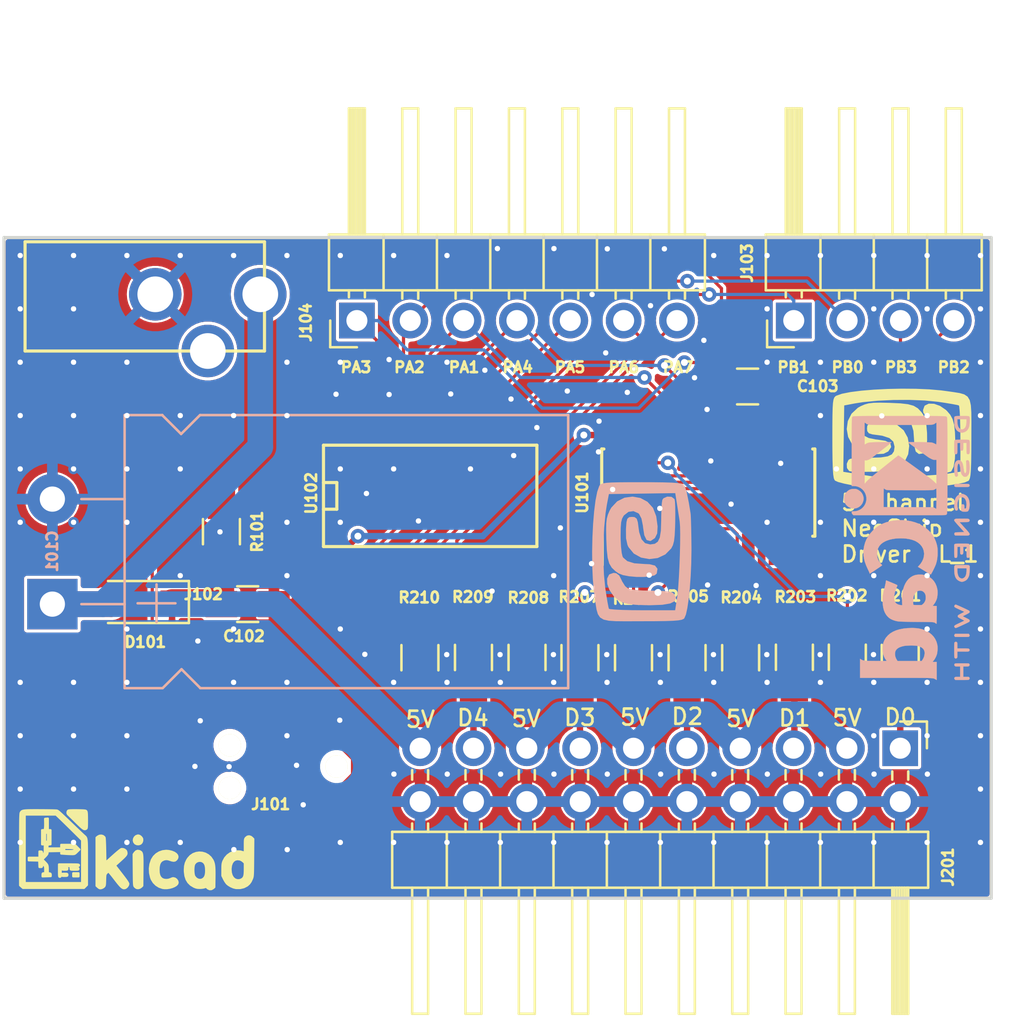
<source format=kicad_pcb>
(kicad_pcb (version 20240108) (generator "pcbnew") (generator_version "8.0")
  (layers (0 "F.Cu" signal) (31 "B.Cu" signal) (34 "B.Paste" user) (35 "F.Paste" user) (36 "B.SilkS" user "B.Silkscreen") (37 "F.SilkS" user "F.Silkscreen") (38 "B.Mask" user) (39 "F.Mask" user) (44 "Edge.Cuts" user))
  (net 0 "")
  (net 1 "/5V")
  (net 2 "GND")
  (net 3 "/VDD")
  (net 4 "/LATCH_PIN")
  (net 5 "/PDI_DATA")
  (net 6 "/PB0")
  (net 7 "/PB1")
  (net 8 "/PB2")
  (net 9 "/PB3")
  (net 10 "/DATA_PIN")
  (net 11 "/CLK_PIN")
  (net 12 "/~{ENABLE}")
  (net 13 "/PA5")
  (net 14 "/PA6")
  (net 15 "/PA7")
  (net 16 "/Channels/NP_DATA_0")
  (net 17 "/Channels/NP_DATA_1")
  (net 18 "/Channels/NP_DATA_2")
  (net 19 "/Channels/NP_DATA_3")
  (net 20 "/Channels/NP_DATA_4")
  (net 21 "/CHANNEL_0")
  (net 22 "/CHANNEL_1")
  (net 23 "/CHANNEL_2")
  (net 24 "/CHANNEL_3")
  (net 25 "/CHANNEL_4")
  (footprint "Capacitors_SMD:C_0805_HandSoldering" (layer "F.Cu") (at 138.25 66.85)
    (property "Reference" "C102")
    (property "Value" "1μF 16V")
  )
  (footprint "Capacitors_SMD:C_0805_HandSoldering" (layer "F.Cu") (at 162.052 56.4896)
    (property "Reference" "C103")
    (property "Value" "0.1μF 16V")
  )
  (footprint "Diodes_SMD:D_SOD-123F" (layer "F.Cu") (at 133.25 66.75 180)
    (property "Reference" "D101")
    (property "Value" "1N4148WSTR")
  )
  (footprint "advent_sternla:PRG_TC2030-IDC-NL" (layer "F.Cu") (at 141.21 73.949 180)
    (property "Reference" "J101")
    (property "Value" "UPDI")
  )
  (footprint "advent_sternla:CONN_PWR_JACK_1_3X3_5MM_SOLDER" (layer "F.Cu") (at 136.35 52.1)
    (property "Reference" "J102")
    (property "Value" "5V In")
  )
  (footprint "Pin_Headers:Pin_Header_Angled_1x04_Pitch2.54mm" (layer "F.Cu") (at 164.25 53.35 90)
    (property "Reference" "J103")
    (property "Value" "Conn_01x04_Male")
  )
  (footprint "Pin_Headers:Pin_Header_Angled_1x07_Pitch2.54mm" (layer "F.Cu") (at 143.45 53.35 90)
    (property "Reference" "J104")
    (property "Value" "Conn_01x07_Male")
  )
  (footprint "Pin_Headers:Pin_Header_Angled_2x10_Pitch2.54mm" (layer "F.Cu") (at 169.32 73.71 -90)
    (property "Reference" "J201")
    (property "Value" "Conn_01x20_Male")
  )
  (footprint "Resistors_SMD:R_0805_HandSoldering" (layer "F.Cu") (at 137 63.4 -90)
    (property "Reference" "R101")
    (property "Value" "47kΩ")
  )
  (footprint "Resistors_SMD:R_0805_HandSoldering" (layer "F.Cu") (at 169.32 69.39 -90)
    (property "Reference" "R201")
    (property "Value" "470Ω")
  )
  (footprint "Resistors_SMD:R_0805_HandSoldering" (layer "F.Cu") (at 166.8 69.38 -90)
    (property "Reference" "R202")
    (property "Value" "10kΩ")
  )
  (footprint "Resistors_SMD:R_0805_HandSoldering" (layer "F.Cu") (at 164.28 69.38 -90)
    (property "Reference" "R203")
    (property "Value" "470Ω")
  )
  (footprint "Resistors_SMD:R_0805_HandSoldering" (layer "F.Cu") (at 161.72 69.4 -90)
    (property "Reference" "R204")
    (property "Value" "10kΩ")
  )
  (footprint "Resistors_SMD:R_0805_HandSoldering" (layer "F.Cu") (at 159.17 69.4 -90)
    (property "Reference" "R205")
    (property "Value" "470Ω")
  )
  (footprint "Resistors_SMD:R_0805_HandSoldering" (layer "F.Cu") (at 156.62 69.4 -90)
    (property "Reference" "R206")
    (property "Value" "10kΩ")
  )
  (footprint "Resistors_SMD:R_0805_HandSoldering" (layer "F.Cu") (at 154.07 69.4 -90)
    (property "Reference" "R207")
    (property "Value" "470Ω")
  )
  (footprint "Resistors_SMD:R_0805_HandSoldering" (layer "F.Cu") (at 151.55 69.39 -90)
    (property "Reference" "R208")
    (property "Value" "10kΩ")
  )
  (footprint "Resistors_SMD:R_0805_HandSoldering" (layer "F.Cu") (at 149 69.39 -90)
    (property "Reference" "R209")
    (property "Value" "470Ω")
  )
  (footprint "Resistors_SMD:R_0805_HandSoldering" (layer "F.Cu") (at 146.45 69.4 -90)
    (property "Reference" "R210")
    (property "Value" "10kΩ")
  )
  (footprint "Housings_SOIC:SOIC-16_3.9x9.9mm_Pitch1.27mm" (layer "F.Cu") (at 160.18 61.54 90)
    (property "Reference" "U101")
    (property "Value" "74LS596")
  )
  (footprint "SMD_Packages:SOIC-14_N" (layer "F.Cu") (at 146.939 61.5696)
    (property "Reference" "U102")
    (property "Value" "ATTINY1614")
  )
  (footprint "advent_sternla:STITCH_VIA" (layer "F.Cu") (at 127.4191 50.2539)
    (property "Reference" "ST**")
    (property "Value" "STITCH_VIA" (hide yes))
  )
  (footprint "advent_sternla:STITCH_VIA" (layer "F.Cu") (at 129.9591 50.2539)
    (property "Reference" "ST**")
    (property "Value" "STITCH_VIA" (hide yes))
  )
  (footprint "advent_sternla:STITCH_VIA" (layer "F.Cu") (at 132.4991 50.2539)
    (property "Reference" "ST**")
    (property "Value" "STITCH_VIA" (hide yes))
  )
  (footprint "advent_sternla:STITCH_VIA" (layer "F.Cu") (at 135.0391 50.2539)
    (property "Reference" "ST**")
    (property "Value" "STITCH_VIA" (hide yes))
  )
  (footprint "advent_sternla:STITCH_VIA" (layer "F.Cu") (at 137.5791 50.2539)
    (property "Reference" "ST**")
    (property "Value" "STITCH_VIA" (hide yes))
  )
  (footprint "advent_sternla:STITCH_VIA" (layer "F.Cu") (at 140.1191 50.2539)
    (property "Reference" "ST**")
    (property "Value" "STITCH_VIA" (hide yes))
  )
  (footprint "advent_sternla:STITCH_VIA" (layer "F.Cu") (at 142.6591 50.2539)
    (property "Reference" "ST**")
    (property "Value" "STITCH_VIA" (hide yes))
  )
  (footprint "advent_sternla:STITCH_VIA" (layer "F.Cu") (at 145.1991 50.2539)
    (property "Reference" "ST**")
    (property "Value" "STITCH_VIA" (hide yes))
  )
  (footprint "advent_sternla:STITCH_VIA" (layer "F.Cu") (at 147.7391 50.2539)
    (property "Reference" "ST**")
    (property "Value" "STITCH_VIA" (hide yes))
  )
  (footprint "advent_sternla:STITCH_VIA" (layer "F.Cu") (at 150.1394 49.9237)
    (property "Reference" "ST**")
    (property "Value" "STITCH_VIA" (hide yes))
  )
  (footprint "advent_sternla:STITCH_VIA" (layer "F.Cu") (at 152.8318 49.9237)
    (property "Reference" "ST**")
    (property "Value" "STITCH_VIA" (hide yes))
  )
  (footprint "advent_sternla:STITCH_VIA" (layer "F.Cu") (at 155.3718 49.9364)
    (property "Reference" "ST**")
    (property "Value" "STITCH_VIA" (hide yes))
  )
  (footprint "advent_sternla:STITCH_VIA" (layer "F.Cu") (at 158.0896 49.9364)
    (property "Reference" "ST**")
    (property "Value" "STITCH_VIA" (hide yes))
  )
  (footprint "advent_sternla:STITCH_VIA" (layer "F.Cu") (at 160.4391 50.2539)
    (property "Reference" "ST**")
    (property "Value" "STITCH_VIA" (hide yes))
  )
  (footprint "advent_sternla:STITCH_VIA" (layer "F.Cu") (at 162.9791 50.2539)
    (property "Reference" "ST**")
    (property "Value" "STITCH_VIA" (hide yes))
  )
  (footprint "advent_sternla:STITCH_VIA" (layer "F.Cu") (at 165.5191 50.2539)
    (property "Reference" "ST**")
    (property "Value" "STITCH_VIA" (hide yes))
  )
  (footprint "advent_sternla:STITCH_VIA" (layer "F.Cu") (at 168.0591 50.2539)
    (property "Reference" "ST**")
    (property "Value" "STITCH_VIA" (hide yes))
  )
  (footprint "advent_sternla:STITCH_VIA" (layer "F.Cu") (at 170.5991 50.2539)
    (property "Reference" "ST**")
    (property "Value" "STITCH_VIA" (hide yes))
  )
  (footprint "advent_sternla:STITCH_VIA" (layer "F.Cu") (at 173.1391 50.2539)
    (property "Reference" "ST**")
    (property "Value" "STITCH_VIA" (hide yes))
  )
  (footprint "advent_sternla:STITCH_VIA" (layer "F.Cu") (at 127.4191 52.7939)
    (property "Reference" "ST**")
    (property "Value" "STITCH_VIA" (hide yes))
  )
  (footprint "advent_sternla:STITCH_VIA" (layer "F.Cu") (at 129.9591 52.7939)
    (property "Reference" "ST**")
    (property "Value" "STITCH_VIA" (hide yes))
  )
  (footprint "advent_sternla:STITCH_VIA" (layer "F.Cu") (at 159.9692 54.2925)
    (property "Reference" "ST**")
    (property "Value" "STITCH_VIA" (hide yes))
  )
  (footprint "advent_sternla:STITCH_VIA" (layer "F.Cu") (at 162.9791 52.7939)
    (property "Reference" "ST**")
    (property "Value" "STITCH_VIA" (hide yes))
  )
  (footprint "advent_sternla:STITCH_VIA" (layer "F.Cu") (at 168.0591 52.7939)
    (property "Reference" "ST**")
    (property "Value" "STITCH_VIA" (hide yes))
  )
  (footprint "advent_sternla:STITCH_VIA" (layer "F.Cu") (at 170.5991 52.7939)
    (property "Reference" "ST**")
    (property "Value" "STITCH_VIA" (hide yes))
  )
  (footprint "advent_sternla:STITCH_VIA" (layer "F.Cu") (at 173.1391 52.7939)
    (property "Reference" "ST**")
    (property "Value" "STITCH_VIA" (hide yes))
  )
  (footprint "advent_sternla:STITCH_VIA" (layer "F.Cu") (at 127.4191 55.3339)
    (property "Reference" "ST**")
    (property "Value" "STITCH_VIA" (hide yes))
  )
  (footprint "advent_sternla:STITCH_VIA" (layer "F.Cu") (at 129.9591 55.3339)
    (property "Reference" "ST**")
    (property "Value" "STITCH_VIA" (hide yes))
  )
  (footprint "advent_sternla:STITCH_VIA" (layer "F.Cu") (at 132.4991 55.3339)
    (property "Reference" "ST**")
    (property "Value" "STITCH_VIA" (hide yes))
  )
  (footprint "advent_sternla:STITCH_VIA" (layer "F.Cu") (at 157.4292 52.6415)
    (property "Reference" "ST**")
    (property "Value" "STITCH_VIA" (hide yes))
  )
  (footprint "advent_sternla:STITCH_VIA" (layer "F.Cu") (at 154.6479 52.1081)
    (property "Reference" "ST**")
    (property "Value" "STITCH_VIA" (hide yes))
  )
  (footprint "advent_sternla:STITCH_VIA" (layer "F.Cu") (at 140.1191 55.3339)
    (property "Reference" "ST**")
    (property "Value" "STITCH_VIA" (hide yes))
  )
  (footprint "advent_sternla:STITCH_VIA" (layer "F.Cu") (at 142.6591 55.3339)
    (property "Reference" "ST**")
    (property "Value" "STITCH_VIA" (hide yes))
  )
  (footprint "advent_sternla:STITCH_VIA" (layer "F.Cu") (at 144.9832 55.2069)
    (property "Reference" "ST**")
    (property "Value" "STITCH_VIA" (hide yes))
  )
  (footprint "advent_sternla:STITCH_VIA" (layer "F.Cu") (at 147.7391 55.3339)
    (property "Reference" "ST**")
    (property "Value" "STITCH_VIA" (hide yes))
  )
  (footprint "advent_sternla:STITCH_VIA" (layer "F.Cu") (at 149.5425 55.7149)
    (property "Reference" "ST**")
    (property "Value" "STITCH_VIA" (hide yes))
  )
  (footprint "advent_sternla:STITCH_VIA" (layer "F.Cu") (at 153.4668 56.7055)
    (property "Reference" "ST**")
    (property "Value" "STITCH_VIA" (hide yes))
  )
  (footprint "advent_sternla:STITCH_VIA" (layer "F.Cu") (at 155.2956 54.8894)
    (property "Reference" "ST**")
    (property "Value" "STITCH_VIA" (hide yes))
  )
  (footprint "advent_sternla:STITCH_VIA" (layer "F.Cu") (at 156.3243 56.769)
    (property "Reference" "ST**")
    (property "Value" "STITCH_VIA" (hide yes))
  )
  (footprint "advent_sternla:STITCH_VIA" (layer "F.Cu") (at 159.5247 56.0705)
    (property "Reference" "ST**")
    (property "Value" "STITCH_VIA" (hide yes))
  )
  (footprint "advent_sternla:STITCH_VIA" (layer "F.Cu") (at 162.9791 55.3339)
    (property "Reference" "ST**")
    (property "Value" "STITCH_VIA" (hide yes))
  )
  (footprint "advent_sternla:STITCH_VIA" (layer "F.Cu") (at 165.5191 55.3339)
    (property "Reference" "ST**")
    (property "Value" "STITCH_VIA" (hide yes))
  )
  (footprint "advent_sternla:STITCH_VIA" (layer "F.Cu") (at 168.0591 55.3339)
    (property "Reference" "ST**")
    (property "Value" "STITCH_VIA" (hide yes))
  )
  (footprint "advent_sternla:STITCH_VIA" (layer "F.Cu") (at 173.1391 55.3339)
    (property "Reference" "ST**")
    (property "Value" "STITCH_VIA" (hide yes))
  )
  (footprint "advent_sternla:STITCH_VIA" (layer "F.Cu") (at 127.4191 57.8739)
    (property "Reference" "ST**")
    (property "Value" "STITCH_VIA" (hide yes))
  )
  (footprint "advent_sternla:STITCH_VIA" (layer "F.Cu") (at 129.9591 57.8739)
    (property "Reference" "ST**")
    (property "Value" "STITCH_VIA" (hide yes))
  )
  (footprint "advent_sternla:STITCH_VIA" (layer "F.Cu") (at 132.4991 57.8739)
    (property "Reference" "ST**")
    (property "Value" "STITCH_VIA" (hide yes))
  )
  (footprint "advent_sternla:STITCH_VIA" (layer "F.Cu") (at 135.0391 57.8739)
    (property "Reference" "ST**")
    (property "Value" "STITCH_VIA" (hide yes))
  )
  (footprint "advent_sternla:STITCH_VIA" (layer "F.Cu") (at 137.5791 57.8739)
    (property "Reference" "ST**")
    (property "Value" "STITCH_VIA" (hide yes))
  )
  (footprint "advent_sternla:STITCH_VIA" (layer "F.Cu") (at 140.1191 57.8739)
    (property "Reference" "ST**")
    (property "Value" "STITCH_VIA" (hide yes))
  )
  (footprint "advent_sternla:STITCH_VIA" (layer "F.Cu") (at 142.4559 56.8579)
    (property "Reference" "ST**")
    (property "Value" "STITCH_VIA" (hide yes))
  )
  (footprint "advent_sternla:STITCH_VIA" (layer "F.Cu") (at 144.9832 56.8706)
    (property "Reference" "ST**")
    (property "Value" "STITCH_VIA" (hide yes))
  )
  (footprint "advent_sternla:STITCH_VIA" (layer "F.Cu") (at 147.9169 56.8452)
    (property "Reference" "ST**")
    (property "Value" "STITCH_VIA" (hide yes))
  )
  (footprint "advent_sternla:STITCH_VIA" (layer "F.Cu") (at 150.7871 57.0865)
    (property "Reference" "ST**")
    (property "Value" "STITCH_VIA" (hide yes))
  )
  (footprint "advent_sternla:STITCH_VIA" (layer "F.Cu") (at 152.019 58.4454)
    (property "Reference" "ST**")
    (property "Value" "STITCH_VIA" (hide yes))
  )
  (footprint "advent_sternla:STITCH_VIA" (layer "F.Cu") (at 154.9781 58.1406)
    (property "Reference" "ST**")
    (property "Value" "STITCH_VIA" (hide yes))
  )
  (footprint "advent_sternla:STITCH_VIA" (layer "F.Cu") (at 160.1216 57.5818)
    (property "Reference" "ST**")
    (property "Value" "STITCH_VIA" (hide yes))
  )
  (footprint "advent_sternla:STITCH_VIA" (layer "F.Cu") (at 165.5191 57.8739)
    (property "Reference" "ST**")
    (property "Value" "STITCH_VIA" (hide yes))
  )
  (footprint "advent_sternla:STITCH_VIA" (layer "F.Cu") (at 168.4401 57.8866)
    (property "Reference" "ST**")
    (property "Value" "STITCH_VIA" (hide yes))
  )
  (footprint "advent_sternla:STITCH_VIA" (layer "F.Cu") (at 170.5991 57.8739)
    (property "Reference" "ST**")
    (property "Value" "STITCH_VIA" (hide yes))
  )
  (footprint "advent_sternla:STITCH_VIA" (layer "F.Cu") (at 173.1391 57.8739)
    (property "Reference" "ST**")
    (property "Value" "STITCH_VIA" (hide yes))
  )
  (footprint "advent_sternla:STITCH_VIA" (layer "F.Cu") (at 127.4191 60.4139)
    (property "Reference" "ST**")
    (property "Value" "STITCH_VIA" (hide yes))
  )
  (footprint "advent_sternla:STITCH_VIA" (layer "F.Cu") (at 129.9591 60.4139)
    (property "Reference" "ST**")
    (property "Value" "STITCH_VIA" (hide yes))
  )
  (footprint "advent_sternla:STITCH_VIA" (layer "F.Cu") (at 132.4991 60.4139)
    (property "Reference" "ST**")
    (property "Value" "STITCH_VIA" (hide yes))
  )
  (footprint "advent_sternla:STITCH_VIA" (layer "F.Cu") (at 135.0391 60.4139)
    (property "Reference" "ST**")
    (property "Value" "STITCH_VIA" (hide yes))
  )
  (footprint "advent_sternla:STITCH_VIA" (layer "F.Cu") (at 142.6591 60.4139)
    (property "Reference" "ST**")
    (property "Value" "STITCH_VIA" (hide yes))
  )
  (footprint "advent_sternla:STITCH_VIA" (layer "F.Cu") (at 145.1991 60.4139)
    (property "Reference" "ST**")
    (property "Value" "STITCH_VIA" (hide yes))
  )
  (footprint "advent_sternla:STITCH_VIA" (layer "F.Cu") (at 148.8567 60.4139)
    (property "Reference" "ST**")
    (property "Value" "STITCH_VIA" (hide yes))
  )
  (footprint "advent_sternla:STITCH_VIA" (layer "F.Cu") (at 150.9141 59.7789)
    (property "Reference" "ST**")
    (property "Value" "STITCH_VIA" (hide yes))
  )
  (footprint "advent_sternla:STITCH_VIA" (layer "F.Cu") (at 160.2994 60.0329)
    (property "Reference" "ST**")
    (property "Value" "STITCH_VIA" (hide yes))
  )
  (footprint "advent_sternla:STITCH_VIA" (layer "F.Cu") (at 163.6268 60.1472)
    (property "Reference" "ST**")
    (property "Value" "STITCH_VIA" (hide yes))
  )
  (footprint "advent_sternla:STITCH_VIA" (layer "F.Cu") (at 166.2811 60.4139)
    (property "Reference" "ST**")
    (property "Value" "STITCH_VIA" (hide yes))
  )
  (footprint "advent_sternla:STITCH_VIA" (layer "F.Cu") (at 168.0591 60.4139)
    (property "Reference" "ST**")
    (property "Value" "STITCH_VIA" (hide yes))
  )
  (footprint "advent_sternla:STITCH_VIA" (layer "F.Cu") (at 170.5991 60.4139)
    (property "Reference" "ST**")
    (property "Value" "STITCH_VIA" (hide yes))
  )
  (footprint "advent_sternla:STITCH_VIA" (layer "F.Cu") (at 173.1391 60.4139)
    (property "Reference" "ST**")
    (property "Value" "STITCH_VIA" (hide yes))
  )
  (footprint "advent_sternla:STITCH_VIA" (layer "F.Cu") (at 127.4191 62.9539)
    (property "Reference" "ST**")
    (property "Value" "STITCH_VIA" (hide yes))
  )
  (footprint "advent_sternla:STITCH_VIA" (layer "F.Cu") (at 129.9591 62.9539)
    (property "Reference" "ST**")
    (property "Value" "STITCH_VIA" (hide yes))
  )
  (footprint "advent_sternla:STITCH_VIA" (layer "F.Cu") (at 132.4991 62.9539)
    (property "Reference" "ST**")
    (property "Value" "STITCH_VIA" (hide yes))
  )
  (footprint "advent_sternla:STITCH_VIA" (layer "F.Cu") (at 136.9314 63.4111)
    (property "Reference" "ST**")
    (property "Value" "STITCH_VIA" (hide yes))
  )
  (footprint "advent_sternla:STITCH_VIA" (layer "F.Cu") (at 140.1191 62.9539)
    (property "Reference" "ST**")
    (property "Value" "STITCH_VIA" (hide yes))
  )
  (footprint "advent_sternla:STITCH_VIA" (layer "F.Cu") (at 142.6591 62.9539)
    (property "Reference" "ST**")
    (property "Value" "STITCH_VIA" (hide yes))
  )
  (footprint "advent_sternla:STITCH_VIA" (layer "F.Cu") (at 146.3802 62.8904)
    (property "Reference" "ST**")
    (property "Value" "STITCH_VIA" (hide yes))
  )
  (footprint "advent_sternla:STITCH_VIA" (layer "F.Cu") (at 153.1366 63.2206)
    (property "Reference" "ST**")
    (property "Value" "STITCH_VIA" (hide yes))
  )
  (footprint "advent_sternla:STITCH_VIA" (layer "F.Cu") (at 155.6258 61.3918)
    (property "Reference" "ST**")
    (property "Value" "STITCH_VIA" (hide yes))
  )
  (footprint "advent_sternla:STITCH_VIA" (layer "F.Cu") (at 157.8737 62.2935)
    (property "Reference" "ST**")
    (property "Value" "STITCH_VIA" (hide yes))
  )
  (footprint "advent_sternla:STITCH_VIA" (layer "F.Cu") (at 161.2646 62.0903)
    (property "Reference" "ST**")
    (property "Value" "STITCH_VIA" (hide yes))
  )
  (footprint "advent_sternla:STITCH_VIA" (layer "F.Cu") (at 162.9791 62.9539)
    (property "Reference" "ST**")
    (property "Value" "STITCH_VIA" (hide yes))
  )
  (footprint "advent_sternla:STITCH_VIA" (layer "F.Cu") (at 165.5191 62.9539)
    (property "Reference" "ST**")
    (property "Value" "STITCH_VIA" (hide yes))
  )
  (footprint "advent_sternla:STITCH_VIA" (layer "F.Cu") (at 168.0591 62.9539)
    (property "Reference" "ST**")
    (property "Value" "STITCH_VIA" (hide yes))
  )
  (footprint "advent_sternla:STITCH_VIA" (layer "F.Cu") (at 170.5991 62.9539)
    (property "Reference" "ST**")
    (property "Value" "STITCH_VIA" (hide yes))
  )
  (footprint "advent_sternla:STITCH_VIA" (layer "F.Cu") (at 173.1391 62.9539)
    (property "Reference" "ST**")
    (property "Value" "STITCH_VIA" (hide yes))
  )
  (footprint "advent_sternla:STITCH_VIA" (layer "F.Cu") (at 135.0391 65.4939)
    (property "Reference" "ST**")
    (property "Value" "STITCH_VIA" (hide yes))
  )
  (footprint "advent_sternla:STITCH_VIA" (layer "F.Cu") (at 140.1191 65.4939)
    (property "Reference" "ST**")
    (property "Value" "STITCH_VIA" (hide yes))
  )
  (footprint "advent_sternla:STITCH_VIA" (layer "F.Cu") (at 149.8854 66.2305)
    (property "Reference" "ST**")
    (property "Value" "STITCH_VIA" (hide yes))
  )
  (footprint "advent_sternla:STITCH_VIA" (layer "F.Cu") (at 152.8191 65.4939)
    (property "Reference" "ST**")
    (property "Value" "STITCH_VIA" (hide yes))
  )
  (footprint "advent_sternla:STITCH_VIA" (layer "F.Cu") (at 154.6225 64.9224)
    (property "Reference" "ST**")
    (property "Value" "STITCH_VIA" (hide yes))
  )
  (footprint "advent_sternla:STITCH_VIA" (layer "F.Cu") (at 157.3657 65.4685)
    (property "Reference" "ST**")
    (property "Value" "STITCH_VIA" (hide yes))
  )
  (footprint "advent_sternla:STITCH_VIA" (layer "F.Cu") (at 160.147 65.9384)
    (property "Reference" "ST**")
    (property "Value" "STITCH_VIA" (hide yes))
  )
  (footprint "advent_sternla:STITCH_VIA" (layer "F.Cu") (at 162.4584 65.9638)
    (property "Reference" "ST**")
    (property "Value" "STITCH_VIA" (hide yes))
  )
  (footprint "advent_sternla:STITCH_VIA" (layer "F.Cu") (at 165.5191 65.4939)
    (property "Reference" "ST**")
    (property "Value" "STITCH_VIA" (hide yes))
  )
  (footprint "advent_sternla:STITCH_VIA" (layer "F.Cu") (at 168.0591 65.4939)
    (property "Reference" "ST**")
    (property "Value" "STITCH_VIA" (hide yes))
  )
  (footprint "advent_sternla:STITCH_VIA" (layer "F.Cu") (at 170.5991 65.4939)
    (property "Reference" "ST**")
    (property "Value" "STITCH_VIA" (hide yes))
  )
  (footprint "advent_sternla:STITCH_VIA" (layer "F.Cu") (at 173.1391 65.4939)
    (property "Reference" "ST**")
    (property "Value" "STITCH_VIA" (hide yes))
  )
  (footprint "advent_sternla:STITCH_VIA" (layer "F.Cu") (at 132.4991 68.0339)
    (property "Reference" "ST**")
    (property "Value" "STITCH_VIA" (hide yes))
  )
  (footprint "advent_sternla:STITCH_VIA" (layer "F.Cu") (at 135.8773 68.6054)
    (property "Reference" "ST**")
    (property "Value" "STITCH_VIA" (hide yes))
  )
  (footprint "advent_sternla:STITCH_VIA" (layer "F.Cu") (at 137.5791 68.0339)
    (property "Reference" "ST**")
    (property "Value" "STITCH_VIA" (hide yes))
  )
  (footprint "advent_sternla:STITCH_VIA" (layer "F.Cu") (at 142.6591 68.0339)
    (property "Reference" "ST**")
    (property "Value" "STITCH_VIA" (hide yes))
  )
  (footprint "advent_sternla:STITCH_VIA" (layer "F.Cu") (at 143.8275 69.2404)
    (property "Reference" "ST**")
    (property "Value" "STITCH_VIA" (hide yes))
  )
  (footprint "advent_sternla:STITCH_VIA" (layer "F.Cu") (at 147.7264 69.2531)
    (property "Reference" "ST**")
    (property "Value" "STITCH_VIA" (hide yes))
  )
  (footprint "advent_sternla:STITCH_VIA" (layer "F.Cu") (at 150.2664 69.2531)
    (property "Reference" "ST**")
    (property "Value" "STITCH_VIA" (hide yes))
  )
  (footprint "advent_sternla:STITCH_VIA" (layer "F.Cu") (at 152.8064 69.2531)
    (property "Reference" "ST**")
    (property "Value" "STITCH_VIA" (hide yes))
  )
  (footprint "advent_sternla:STITCH_VIA" (layer "F.Cu") (at 155.3464 69.2531)
    (property "Reference" "ST**")
    (property "Value" "STITCH_VIA" (hide yes))
  )
  (footprint "advent_sternla:STITCH_VIA" (layer "F.Cu") (at 157.8864 69.2531)
    (property "Reference" "ST**")
    (property "Value" "STITCH_VIA" (hide yes))
  )
  (footprint "advent_sternla:STITCH_VIA" (layer "F.Cu") (at 160.4264 69.2531)
    (property "Reference" "ST**")
    (property "Value" "STITCH_VIA" (hide yes))
  )
  (footprint "advent_sternla:STITCH_VIA" (layer "F.Cu") (at 162.9664 69.2531)
    (property "Reference" "ST**")
    (property "Value" "STITCH_VIA" (hide yes))
  )
  (footprint "advent_sternla:STITCH_VIA" (layer "F.Cu") (at 165.5064 69.2531)
    (property "Reference" "ST**")
    (property "Value" "STITCH_VIA" (hide yes))
  )
  (footprint "advent_sternla:STITCH_VIA" (layer "F.Cu") (at 168.0464 69.2531)
    (property "Reference" "ST**")
    (property "Value" "STITCH_VIA" (hide yes))
  )
  (footprint "advent_sternla:STITCH_VIA" (layer "F.Cu") (at 170.5991 68.0339)
    (property "Reference" "ST**")
    (property "Value" "STITCH_VIA" (hide yes))
  )
  (footprint "advent_sternla:STITCH_VIA" (layer "F.Cu") (at 173.1391 68.0339)
    (property "Reference" "ST**")
    (property "Value" "STITCH_VIA" (hide yes))
  )
  (footprint "advent_sternla:STITCH_VIA" (layer "F.Cu") (at 127.4191 70.5739)
    (property "Reference" "ST**")
    (property "Value" "STITCH_VIA" (hide yes))
  )
  (footprint "advent_sternla:STITCH_VIA" (layer "F.Cu") (at 129.9591 70.5739)
    (property "Reference" "ST**")
    (property "Value" "STITCH_VIA" (hide yes))
  )
  (footprint "advent_sternla:STITCH_VIA" (layer "F.Cu") (at 132.4991 70.5739)
    (property "Reference" "ST**")
    (property "Value" "STITCH_VIA" (hide yes))
  )
  (footprint "advent_sternla:STITCH_VIA" (layer "F.Cu") (at 137.5791 70.5739)
    (property "Reference" "ST**")
    (property "Value" "STITCH_VIA" (hide yes))
  )
  (footprint "advent_sternla:STITCH_VIA" (layer "F.Cu") (at 140.1191 70.5739)
    (property "Reference" "ST**")
    (property "Value" "STITCH_VIA" (hide yes))
  )
  (footprint "advent_sternla:STITCH_VIA" (layer "F.Cu") (at 145.1991 70.5739)
    (property "Reference" "ST**")
    (property "Value" "STITCH_VIA" (hide yes))
  )
  (footprint "advent_sternla:STITCH_VIA" (layer "F.Cu") (at 147.7391 70.5739)
    (property "Reference" "ST**")
    (property "Value" "STITCH_VIA" (hide yes))
  )
  (footprint "advent_sternla:STITCH_VIA" (layer "F.Cu") (at 150.2791 70.5739)
    (property "Reference" "ST**")
    (property "Value" "STITCH_VIA" (hide yes))
  )
  (footprint "advent_sternla:STITCH_VIA" (layer "F.Cu") (at 152.8191 70.5739)
    (property "Reference" "ST**")
    (property "Value" "STITCH_VIA" (hide yes))
  )
  (footprint "advent_sternla:STITCH_VIA" (layer "F.Cu") (at 155.3591 70.5739)
    (property "Reference" "ST**")
    (property "Value" "STITCH_VIA" (hide yes))
  )
  (footprint "advent_sternla:STITCH_VIA" (layer "F.Cu") (at 157.8991 70.5739)
    (property "Reference" "ST**")
    (property "Value" "STITCH_VIA" (hide yes))
  )
  (footprint "advent_sternla:STITCH_VIA" (layer "F.Cu") (at 160.4391 70.5739)
    (property "Reference" "ST**")
    (property "Value" "STITCH_VIA" (hide yes))
  )
  (footprint "advent_sternla:STITCH_VIA" (layer "F.Cu") (at 162.9791 70.5739)
    (property "Reference" "ST**")
    (property "Value" "STITCH_VIA" (hide yes))
  )
  (footprint "advent_sternla:STITCH_VIA" (layer "F.Cu") (at 165.5191 70.5739)
    (property "Reference" "ST**")
    (property "Value" "STITCH_VIA" (hide yes))
  )
  (footprint "advent_sternla:STITCH_VIA" (layer "F.Cu") (at 168.0591 70.5739)
    (property "Reference" "ST**")
    (property "Value" "STITCH_VIA" (hide yes))
  )
  (footprint "advent_sternla:STITCH_VIA" (layer "F.Cu") (at 170.5991 70.5739)
    (property "Reference" "ST**")
    (property "Value" "STITCH_VIA" (hide yes))
  )
  (footprint "advent_sternla:STITCH_VIA" (layer "F.Cu") (at 173.1391 70.5739)
    (property "Reference" "ST**")
    (property "Value" "STITCH_VIA" (hide yes))
  )
  (footprint "advent_sternla:STITCH_VIA" (layer "F.Cu") (at 127.4191 73.1139)
    (property "Reference" "ST**")
    (property "Value" "STITCH_VIA" (hide yes))
  )
  (footprint "advent_sternla:STITCH_VIA" (layer "F.Cu") (at 129.9591 73.1139)
    (property "Reference" "ST**")
    (property "Value" "STITCH_VIA" (hide yes))
  )
  (footprint "advent_sternla:STITCH_VIA" (layer "F.Cu") (at 132.4991 73.1139)
    (property "Reference" "ST**")
    (property "Value" "STITCH_VIA" (hide yes))
  )
  (footprint "advent_sternla:STITCH_VIA" (layer "F.Cu") (at 137.3632 74.5871)
    (property "Reference" "ST**")
    (property "Value" "STITCH_VIA" (hide yes))
  )
  (footprint "advent_sternla:STITCH_VIA" (layer "F.Cu") (at 140.1191 73.1139)
    (property "Reference" "ST**")
    (property "Value" "STITCH_VIA" (hide yes))
  )
  (footprint "advent_sternla:STITCH_VIA" (layer "F.Cu") (at 142.6337 72.3773)
    (property "Reference" "ST**")
    (property "Value" "STITCH_VIA" (hide yes))
  )
  (footprint "advent_sternla:STITCH_VIA" (layer "F.Cu") (at 168.0591 73.1139)
    (property "Reference" "ST**")
    (property "Value" "STITCH_VIA" (hide yes))
  )
  (footprint "advent_sternla:STITCH_VIA" (layer "F.Cu") (at 170.5991 73.1139)
    (property "Reference" "ST**")
    (property "Value" "STITCH_VIA" (hide yes))
  )
  (footprint "advent_sternla:STITCH_VIA" (layer "F.Cu") (at 173.1391 73.1139)
    (property "Reference" "ST**")
    (property "Value" "STITCH_VIA" (hide yes))
  )
  (footprint "advent_sternla:STITCH_VIA" (layer "F.Cu") (at 127.4191 75.6539)
    (property "Reference" "ST**")
    (property "Value" "STITCH_VIA" (hide yes))
  )
  (footprint "advent_sternla:STITCH_VIA" (layer "F.Cu") (at 129.9591 75.6539)
    (property "Reference" "ST**")
    (property "Value" "STITCH_VIA" (hide yes))
  )
  (footprint "advent_sternla:STITCH_VIA" (layer "F.Cu") (at 132.4991 75.6539)
    (property "Reference" "ST**")
    (property "Value" "STITCH_VIA" (hide yes))
  )
  (footprint "advent_sternla:STITCH_VIA" (layer "F.Cu") (at 135.9916 72.4027)
    (property "Reference" "ST**")
    (property "Value" "STITCH_VIA" (hide yes))
  )
  (footprint "advent_sternla:STITCH_VIA" (layer "F.Cu") (at 140.5763 74.5236)
    (property "Reference" "ST**")
    (property "Value" "STITCH_VIA" (hide yes))
  )
  (footprint "advent_sternla:STITCH_VIA" (layer "F.Cu") (at 140.8938 76.4032)
    (property "Reference" "ST**")
    (property "Value" "STITCH_VIA" (hide yes))
  )
  (footprint "advent_sternla:STITCH_VIA" (layer "F.Cu") (at 145.2118 74.9427)
    (property "Reference" "ST**")
    (property "Value" "STITCH_VIA" (hide yes))
  )
  (footprint "advent_sternla:STITCH_VIA" (layer "F.Cu") (at 147.7518 74.9427)
    (property "Reference" "ST**")
    (property "Value" "STITCH_VIA" (hide yes))
  )
  (footprint "advent_sternla:STITCH_VIA" (layer "F.Cu") (at 150.2918 74.9427)
    (property "Reference" "ST**")
    (property "Value" "STITCH_VIA" (hide yes))
  )
  (footprint "advent_sternla:STITCH_VIA" (layer "F.Cu") (at 152.8318 74.9427)
    (property "Reference" "ST**")
    (property "Value" "STITCH_VIA" (hide yes))
  )
  (footprint "advent_sternla:STITCH_VIA" (layer "F.Cu") (at 155.3718 74.9427)
    (property "Reference" "ST**")
    (property "Value" "STITCH_VIA" (hide yes))
  )
  (footprint "advent_sternla:STITCH_VIA" (layer "F.Cu") (at 157.9118 74.9427)
    (property "Reference" "ST**")
    (property "Value" "STITCH_VIA" (hide yes))
  )
  (footprint "advent_sternla:STITCH_VIA" (layer "F.Cu") (at 160.4518 74.9427)
    (property "Reference" "ST**")
    (property "Value" "STITCH_VIA" (hide yes))
  )
  (footprint "advent_sternla:STITCH_VIA" (layer "F.Cu") (at 162.9918 74.9427)
    (property "Reference" "ST**")
    (property "Value" "STITCH_VIA" (hide yes))
  )
  (footprint "advent_sternla:STITCH_VIA" (layer "F.Cu") (at 165.5318 74.9427)
    (property "Reference" "ST**")
    (property "Value" "STITCH_VIA" (hide yes))
  )
  (footprint "advent_sternla:STITCH_VIA" (layer "F.Cu") (at 168.0718 74.9427)
    (property "Reference" "ST**")
    (property "Value" "STITCH_VIA" (hide yes))
  )
  (footprint "advent_sternla:STITCH_VIA" (layer "F.Cu") (at 170.6118 74.9427)
    (property "Reference" "ST**")
    (property "Value" "STITCH_VIA" (hide yes))
  )
  (footprint "advent_sternla:STITCH_VIA" (layer "F.Cu") (at 173.1391 75.6539)
    (property "Reference" "ST**")
    (property "Value" "STITCH_VIA" (hide yes))
  )
  (footprint "advent_sternla:STITCH_VIA" (layer "F.Cu") (at 127.4191 78.1939)
    (property "Reference" "ST**")
    (property "Value" "STITCH_VIA" (hide yes))
  )
  (footprint "advent_sternla:STITCH_VIA" (layer "F.Cu") (at 129.9591 78.1939)
    (property "Reference" "ST**")
    (property "Value" "STITCH_VIA" (hide yes))
  )
  (footprint "advent_sternla:STITCH_VIA" (layer "F.Cu") (at 132.4991 78.1939)
    (property "Reference" "ST**")
    (property "Value" "STITCH_VIA" (hide yes))
  )
  (footprint "advent_sternla:STITCH_VIA" (layer "F.Cu") (at 135.0391 78.1939)
    (property "Reference" "ST**")
    (property "Value" "STITCH_VIA" (hide yes))
  )
  (footprint "advent_sternla:STITCH_VIA" (layer "F.Cu") (at 137.5918 78.5368)
    (property "Reference" "ST**")
    (property "Value" "STITCH_VIA" (hide yes))
  )
  (footprint "advent_sternla:STITCH_VIA" (layer "F.Cu") (at 140.1318 78.5368)
    (property "Reference" "ST**")
    (property "Value" "STITCH_VIA" (hide yes))
  )
  (footprint "advent_sternla:STITCH_VIA" (layer "F.Cu") (at 142.6591 78.1939)
    (property "Reference" "ST**")
    (property "Value" "STITCH_VIA" (hide yes))
  )
  (footprint "advent_sternla:STITCH_VIA" (layer "F.Cu") (at 145.1991 78.1939)
    (property "Reference" "ST**")
    (property "Value" "STITCH_VIA" (hide yes))
  )
  (footprint "advent_sternla:STITCH_VIA" (layer "F.Cu") (at 147.7391 78.1939)
    (property "Reference" "ST**")
    (property "Value" "STITCH_VIA" (hide yes))
  )
  (footprint "advent_sternla:STITCH_VIA" (layer "F.Cu") (at 150.2791 78.1939)
    (property "Reference" "ST**")
    (property "Value" "STITCH_VIA" (hide yes))
  )
  (footprint "advent_sternla:STITCH_VIA" (layer "F.Cu") (at 152.8191 78.1939)
    (property "Reference" "ST**")
    (property "Value" "STITCH_VIA" (hide yes))
  )
  (footprint "advent_sternla:STITCH_VIA" (layer "F.Cu") (at 155.3591 78.1939)
    (property "Reference" "ST**")
    (property "Value" "STITCH_VIA" (hide yes))
  )
  (footprint "advent_sternla:STITCH_VIA" (layer "F.Cu") (at 157.8991 78.1939)
    (property "Reference" "ST**")
    (property "Value" "STITCH_VIA" (hide yes))
  )
  (footprint "advent_sternla:STITCH_VIA" (layer "F.Cu") (at 160.4391 78.1939)
    (property "Reference" "ST**")
    (property "Value" "STITCH_VIA" (hide yes))
  )
  (footprint "advent_sternla:STITCH_VIA" (layer "F.Cu") (at 162.9791 78.1939)
    (property "Reference" "ST**")
    (property "Value" "STITCH_VIA" (hide yes))
  )
  (footprint "advent_sternla:STITCH_VIA" (layer "F.Cu") (at 165.5191 78.1939)
    (property "Reference" "ST**")
    (property "Value" "STITCH_VIA" (hide yes))
  )
  (footprint "advent_sternla:STITCH_VIA" (layer "F.Cu") (at 168.0591 78.1939)
    (property "Reference" "ST**")
    (property "Value" "STITCH_VIA" (hide yes))
  )
  (footprint "advent_sternla:STITCH_VIA" (layer "F.Cu") (at 170.5991 78.1939)
    (property "Reference" "ST**")
    (property "Value" "STITCH_VIA" (hide yes))
  )
  (footprint "advent_sternla:STITCH_VIA" (layer "F.Cu") (at 173.1391 78.1939)
    (property "Reference" "ST**")
    (property "Value" "STITCH_VIA" (hide yes))
  )
  (footprint "advent_sternla:STITCH_VIA" (layer "F.Cu") (at 143.9037 61.5823)
    (property "Reference" "ST**")
    (property "Value" "STITCH_VIA" (hide yes))
  )
  (footprint "advent_sternla:STITCH_VIA" (layer "F.Cu") (at 154.9527 59.6011)
    (property "Reference" "ST**")
    (property "Value" "STITCH_VIA" (hide yes))
  )
  (footprint "advent_sternla:STITCH_VIA" (layer "F.Cu") (at 135.7376 74.5744)
    (property "Reference" "ST**")
    (property "Value" "STITCH_VIA" (hide yes))
  )
  (footprint "advent_sternla:KiCad-Logo" (layer "F.Cu") (at 132.969 78.4987)
    (property "Reference" "G***" (hide yes))
    (property "Value" "LOGO" (hide yes))
  )
  (footprint "advent_sternla:MyBasic_rounded_50_1" (layer "F.Cu") (at 169.3545 58.9153)
    (property "Reference" "G***" (hide yes))
    (property "Value" "LOGO" (hide yes))
  )
  (footprint "advent_sternla:CP_Radial_L21.0mm_D13.0mm_P5.00mm_Horizontal" (layer "B.Cu") (at 128.95 64.35)
    (property "Reference" "C101")
    (property "Value" "1000μF 25V")
  )
  (footprint "advent_sternla:MyBasic_rounded_50_1" (layer "B.Cu") (at 156.972 64.3128 -90)
    (property "Reference" "G***" (hide yes))
    (property "Value" "LOGO" (hide yes))
  )
  (footprint "Symbols:KiCad-Logo2_6mm_SilkScreen" (layer "B.Cu") (at 169.6212 64.1731 -90)
    (property "Reference" "REF***" (hide yes))
    (property "Value" "KiCad-Logo2_6mm_SilkScreen" (hide yes))
  )
  (gr_line (start 173.65 80.85) (end 126.65 80.85) (stroke (width 0.15)) (layer "Edge.Cuts"))
  (gr_line (start 126.65 49.4) (end 173.65 49.4) (stroke (width 0.15)) (layer "Edge.Cuts"))
  (gr_line (start 173.65 49.4) (end 173.65 80.85) (stroke (width 0.15)) (layer "Edge.Cuts"))
  (gr_line (start 126.65 80.85) (end 126.65 49.4) (stroke (width 0.15)) (layer "Edge.Cuts"))
  (gr_text "5V" (at 151.511 72.3011 0) (layer "F.SilkS") (effects (font (size 0.762 0.762) (thickness 0.127))))
  (gr_text "5V" (at 156.6799 72.2376 0) (layer "F.SilkS") (effects (font (size 0.762 0.762) (thickness 0.127))))
  (gr_text "5V" (at 161.7218 72.3011 0) (layer "F.SilkS") (effects (font (size 0.762 0.762) (thickness 0.127))))
  (gr_text "5V" (at 166.7891 72.263 0) (layer "F.SilkS") (effects (font (size 0.762 0.762) (thickness 0.127))))
  (gr_text "D4" (at 148.971 72.263 0) (layer "F.SilkS") (effects (font (size 0.762 0.762) (thickness 0.127))))
  (gr_text "D3" (at 154.0637 72.2503 0) (layer "F.SilkS") (effects (font (size 0.762 0.762) (thickness 0.127))))
  (gr_text "D2" (at 159.1818 72.1995 0) (layer "F.SilkS") (effects (font (size 0.762 0.762) (thickness 0.127))))
  (gr_text "D1" (at 164.2872 72.2757 0) (layer "F.SilkS") (effects (font (size 0.762 0.762) (thickness 0.127))))
  (gr_text "D0" (at 169.3164 72.2249 0) (layer "F.SilkS") (effects (font (size 0.762 0.762) (thickness 0.127))))
  (gr_text "PA2" (at 145.9484 55.5752 0) (layer "F.SilkS") (effects (font (size 0.508 0.508) (thickness 0.127))))
  (gr_text "PA1" (at 148.5519 55.5752 0) (layer "F.SilkS") (effects (font (size 0.508 0.508) (thickness 0.127))))
  (gr_text "PA4" (at 151.1046 55.5752 0) (layer "F.SilkS") (effects (font (size 0.508 0.508) (thickness 0.127))))
  (gr_text "PA5" (at 153.5938 55.5752 0) (layer "F.SilkS") (effects (font (size 0.508 0.508) (thickness 0.127))))
  (gr_text "PA6" (at 156.1592 55.5752 0) (layer "F.SilkS") (effects (font (size 0.508 0.508) (thickness 0.127))))
  (gr_text "PA7" (at 158.7373 55.5752 0) (layer "F.SilkS") (effects (font (size 0.508 0.508) (thickness 0.127))))
  (gr_text "PB1" (at 164.2364 55.5752 0) (layer "F.SilkS") (effects (font (size 0.508 0.508) (thickness 0.127))))
  (gr_text "PB0" (at 166.8145 55.5752 0) (layer "F.SilkS") (effects (font (size 0.508 0.508) (thickness 0.127))))
  (gr_text "PB3" (at 169.3545 55.5752 0) (layer "F.SilkS") (effects (font (size 0.508 0.508) (thickness 0.127))))
  (gr_text "PB2" (at 171.8691 55.5752 0) (layer "F.SilkS") (effects (font (size 0.508 0.508) (thickness 0.127))))
  (gr_text "5 Channel\nNeoStrip \nDriver 2L_1" (at 166.4335 63.246 0) (layer "F.SilkS") (effects (font (size 0.762 0.762) (thickness 0.127)) (justify left)))
  (gr_text "5V" (at 146.4691 72.3392 0) (layer "F.SilkS") (effects (font (size 0.762 0.762) (thickness 0.127))))
  (gr_text "PA3" (at 143.4084 55.5752 0) (layer "F.SilkS") (effects (font (size 0.508 0.508) (thickness 0.127))))
  (segment (start 131.75 66.85) (end 131.85 66.75) (width 1.2192) (layer "F.Cu") (net 1))
  (segment (start 128.95 66.85) (end 131.75 66.85) (width 1.2192) (layer "F.Cu") (net 1))
  (segment (start 165.167999 72.097999) (end 165.930001 72.860001) (width 1.2192) (layer "B.Cu") (net 1))
  (segment (start 128.95 66.85) (end 139.6 66.85) (width 1.2192) (layer "B.Cu") (net 1))
  (segment (start 160.087999 72.097999) (end 160.850001 72.860001) (width 1.2192) (layer "B.Cu") (net 1))
  (segment (start 151.54 73.71) (end 153.152001 72.097999) (width 1.2192) (layer "B.Cu") (net 1))
  (segment (start 160.850001 72.860001) (end 161.7 73.71) (width 1.2192) (layer "B.Cu") (net 1))
  (segment (start 163.312001 72.097999) (end 165.167999 72.097999) (width 1.2192) (layer "B.Cu") (net 1))
  (segment (start 138.85 59.3692) (end 131.3692 66.85) (width 1.2192) (layer "B.Cu") (net 1))
  (segment (start 149.927999 72.097999) (end 150.690001 72.860001) (width 1.2192) (layer "B.Cu") (net 1))
  (segment (start 165.930001 72.860001) (end 166.78 73.71) (width 1.2192) (layer "B.Cu") (net 1))
  (segment (start 156.62 73.71) (end 158.232001 72.097999) (width 1.2192) (layer "B.Cu") (net 1))
  (segment (start 153.152001 72.097999) (end 155.007999 72.097999) (width 1.2192) (layer "B.Cu") (net 1))
  (segment (start 150.690001 72.860001) (end 151.54 73.71) (width 1.2192) (layer "B.Cu") (net 1))
  (segment (start 161.7 73.71) (end 163.312001 72.097999) (width 1.2192) (layer "B.Cu") (net 1))
  (segment (start 131.3692 66.85) (end 128.95 66.85) (width 1.2192) (layer "B.Cu") (net 1))
  (segment (start 139.6 66.85) (end 146.46 73.71) (width 1.2192) (layer "B.Cu") (net 1))
  (segment (start 155.007999 72.097999) (end 155.770001 72.860001) (width 1.2192) (layer "B.Cu") (net 1))
  (segment (start 158.232001 72.097999) (end 160.087999 72.097999) (width 1.2192) (layer "B.Cu") (net 1))
  (segment (start 155.770001 72.860001) (end 156.62 73.71) (width 1.2192) (layer "B.Cu") (net 1))
  (segment (start 148.072001 72.097999) (end 149.927999 72.097999) (width 1.2192) (layer "B.Cu") (net 1))
  (segment (start 146.46 73.71) (end 148.072001 72.097999) (width 1.2192) (layer "B.Cu") (net 1))
  (segment (start 138.85 52.1) (end 138.85 59.3692) (width 1.2192) (layer "B.Cu") (net 1))
  (segment (start 134.65 67.6048) (end 134.6454 67.6094) (width 0.3048) (layer "F.Cu") (net 3))
  (segment (start 134.6454 67.6094) (end 134.6454 75.68657) (width 0.3048) (layer "F.Cu") (net 3))
  (segment (start 140.778201 75.650799) (end 141.21 75.219) (width 0.3048) (layer "F.Cu") (net 3))
  (segment (start 155.735 58.84) (end 155.735 59.031482) (width 0.1524) (layer "F.Cu") (net 3))
  (segment (start 137 64.75) (end 143.0074 64.75) (width 0.6096) (layer "F.Cu") (net 3))
  (segment (start 155.735 58.84) (end 155.793811 58.898811) (width 0.3048) (layer "F.Cu") (net 3))
  (segment (start 157.447618 60.7441) (end 161.9009 60.7441) (width 0.1524) (layer "F.Cu") (net 3))
  (segment (start 137 66.85) (end 137 64.75) (width 1.2192) (layer "F.Cu") (net 3))
  (segment (start 155.696 58.801) (end 155.735 58.84) (width 0.3048) (layer "F.Cu") (net 3))
  (segment (start 161.9009 60.7441) (end 163.355 59.29) (width 0.1524) (layer "F.Cu") (net 3))
  (segment (start 163.355 59.29) (end 163.355 58.84) (width 0.1524) (layer "F.Cu") (net 3))
  (segment (start 155.735 59.031482) (end 157.447618 60.7441) (width 0.1524) (layer "F.Cu") (net 3))
  (segment (start 136.9 66.75) (end 137 66.85) (width 1.2192) (layer "F.Cu") (net 3))
  (segment (start 143.0074 64.75) (end 143.129 64.8716) (width 0.6096) (layer "F.Cu") (net 3))
  (segment (start 138.984411 77.444589) (end 140.778201 75.650799) (width 0.3048) (layer "F.Cu") (net 3))
  (segment (start 143.129 63.9826) (end 143.4973 63.6143) (width 0.3048) (layer "F.Cu") (net 3))
  (segment (start 155.793811 58.898811) (end 155.793811 59.039957) (width 0.3048) (layer "F.Cu") (net 3))
  (segment (start 134.65 66.75) (end 136.9 66.75) (width 1.2192) (layer "F.Cu") (net 3))
  (segment (start 136.403419 77.444589) (end 138.984411 77.444589) (width 0.3048) (layer "F.Cu") (net 3))
  (segment (start 143.129 64.8716) (end 143.129 63.9826) (width 0.3048) (layer "F.Cu") (net 3))
  (segment (start 154.2542 58.801) (end 155.696 58.801) (width 0.3048) (layer "F.Cu") (net 3))
  (segment (start 134.6454 75.68657) (end 136.403419 77.444589) (width 0.3048) (layer "F.Cu") (net 3))
  (segment (start 134.65 66.75) (end 134.65 67.6048) (width 0.3048) (layer "F.Cu") (net 3))
  (via (at 143.4973 63.6143) (size 0.6858) (drill 0.3302) (layers "F.Cu" "B.Cu") (net 3))
  (via (at 154.2542 58.801) (size 0.6858) (drill 0.3302) (layers "F.Cu" "B.Cu") (net 3))
  (segment (start 143.4973 63.6143) (end 149.4409 63.6143) (width 0.3048) (layer "B.Cu") (net 3))
  (segment (start 149.4409 63.6143) (end 154.2542 58.801) (width 0.3048) (layer "B.Cu") (net 3))
  (segment (start 160.815 56.5026) (end 160.802 56.4896) (width 0.3048) (layer "F.Cu") (net 4))
  (segment (start 160.802 55.7122) (end 160.802 56.4896) (width 0.1524) (layer "F.Cu") (net 4))
  (segment (start 160.8201 56.4715) (end 160.802 56.4896) (width 0.3048) (layer "F.Cu") (net 4))
  (segment (start 144.399 58.5216) (end 144.399 54.299) (width 0.1524) (layer "F.Cu") (net 4))
  (segment (start 160.815 58.84) (end 160.815 56.5026) (width 0.3048) (layer "F.Cu") (net 4))
  (segment (start 160.4364 55.3466) (end 160.802 55.7122) (width 0.1524) (layer "F.Cu") (net 4))
  (segment (start 159.0421 55.3466) (end 160.4364 55.3466) (width 0.1524) (layer "F.Cu") (net 4))
  (segment (start 144.399 54.299) (end 143.45 53.35) (width 0.1524) (layer "F.Cu") (net 4))
  (via (at 159.0421 55.3466) (size 0.6858) (drill 0.3302) (layers "F.Cu" "B.Cu") (net 4))
  (segment (start 156.870398 57.518302) (end 159.0421 55.3466) (width 0.1524) (layer "B.Cu") (net 4))
  (segment (start 152.267236 57.518302) (end 156.870398 57.518302) (width 0.1524) (layer "B.Cu") (net 4))
  (segment (start 143.45 53.35) (end 144.4524 53.35) (width 0.1524) (layer "B.Cu") (net 4))
  (segment (start 145.8521 54.7497) (end 149.498634 54.7497) (width 0.1524) (layer "B.Cu") (net 4))
  (segment (start 149.498634 54.7497) (end 152.267236 57.518302) (width 0.1524) (layer "B.Cu") (net 4))
  (segment (start 144.4524 53.35) (end 145.8521 54.7497) (width 0.1524) (layer "B.Cu") (net 4))
  (segment (start 137 62.05) (end 137 62.15) (width 0.3048) (layer "F.Cu") (net 5))
  (segment (start 143.242001 74.949761) (end 143.242001 74.218239) (width 0.1524) (layer "F.Cu") (net 5))
  (segment (start 140.366162 77.8256) (end 143.242001 74.949761) (width 0.1524) (layer "F.Cu") (net 5))
  (segment (start 133.7056 75.2856) (end 136.2456 77.8256) (width 0.1524) (layer "F.Cu") (net 5))
  (segment (start 143.242001 74.218239) (end 142.540963 73.517201) (width 0.1524) (layer "F.Cu") (net 5))
  (segment (start 137 62.05) (end 137.9548 62.05) (width 0.3048) (layer "F.Cu") (net 5))
  (segment (start 142.540963 73.517201) (end 141.641799 73.517201) (width 0.1524) (layer "F.Cu") (net 5))
  (segment (start 141.641799 73.517201) (end 141.21 73.949) (width 0.1524) (layer "F.Cu") (net 5))
  (segment (start 133.7056 64.542) (end 133.7056 75.2856) (width 0.1524) (layer "F.Cu") (net 5))
  (segment (start 137 62.05) (end 136.1976 62.05) (width 0.1524) (layer "F.Cu") (net 5))
  (segment (start 136.2456 77.8256) (end 140.366162 77.8256) (width 0.1524) (layer "F.Cu") (net 5))
  (segment (start 137.9548 62.05) (end 140.225911 59.778889) (width 0.3048) (layer "F.Cu") (net 5))
  (segment (start 147.269211 59.778889) (end 148.209 58.8391) (width 0.3048) (layer "F.Cu") (net 5))
  (segment (start 148.209 58.8391) (end 148.209 58.5216) (width 0.3048) (layer "F.Cu") (net 5))
  (segment (start 136.1976 62.05) (end 133.7056 64.542) (width 0.1524) (layer "F.Cu") (net 5))
  (segment (start 140.225911 59.778889) (end 147.269211 59.778889) (width 0.3048) (layer "F.Cu") (net 5))
  (segment (start 149.479 56.53733) (end 152.531399 53.484931) (width 0.1524) (layer "F.Cu") (net 6))
  (segment (start 153.89057 51.4731) (end 159.1818 51.4731) (width 0.1524) (layer "F.Cu") (net 6))
  (segment (start 152.531399 53.484931) (end 152.531399 52.832271) (width 0.1524) (layer "F.Cu") (net 6))
  (segment (start 152.531399 52.832271) (end 153.89057 51.4731) (width 0.1524) (layer "F.Cu") (net 6))
  (segment (start 149.479 58.5216) (end 149.479 56.53733) (width 0.1524) (layer "F.Cu") (net 6))
  (via (at 159.1818 51.4731) (size 0.6858) (drill 0.3302) (layers "F.Cu" "B.Cu") (net 6))
  (segment (start 159.1818 51.4731) (end 164.8631 51.4731) (width 0.1524) (layer "B.Cu") (net 6))
  (segment (start 164.8631 51.4731) (end 166.79 53.4) (width 0.1524) (layer "B.Cu") (net 6))
  (segment (start 150.749 58.5216) (end 150.749 58.2041) (width 0.1524) (layer "F.Cu") (net 7))
  (segment (start 150.749 58.2041) (end 155.071399 53.881701) (width 0.1524) (layer "F.Cu") (net 7))
  (segment (start 155.79557 52.1081) (end 160.2232 52.1081) (width 0.1524) (layer "F.Cu") (net 7))
  (segment (start 155.071399 52.832271) (end 155.79557 52.1081) (width 0.1524) (layer "F.Cu") (net 7))
  (segment (start 155.071399 53.881701) (end 155.071399 52.832271) (width 0.1524) (layer "F.Cu") (net 7))
  (via (at 160.2232 52.1081) (size 0.6858) (drill 0.3302) (layers "F.Cu" "B.Cu") (net 7))
  (segment (start 164.25 52.3976) (end 164.25 53.4) (width 0.1524) (layer "B.Cu") (net 7))
  (segment (start 163.9605 52.1081) (end 164.25 52.3976) (width 0.1524) (layer "B.Cu") (net 7))
  (segment (start 160.2232 52.1081) (end 163.9605 52.1081) (width 0.1524) (layer "B.Cu") (net 7))
  (segment (start 153.706633 64.8716) (end 157.224511 61.353722) (width 0.1524) (layer "F.Cu") (net 8))
  (segment (start 164.197554 61.112413) (end 169.634811 55.675156) (width 0.1524) (layer "F.Cu") (net 8))
  (segment (start 169.634811 55.675156) (end 169.634811 55.635189) (width 0.1524) (layer "F.Cu") (net 8))
  (segment (start 171.020001 54.249999) (end 171.87 53.4) (width 0.1524) (layer "F.Cu") (net 8))
  (segment (start 162.431521 61.112413) (end 164.197554 61.112413) (width 0.1524) (layer "F.Cu") (net 8))
  (segment (start 157.224511 61.353722) (end 162.190212 61.353722) (width 0.1524) (layer "F.Cu") (net 8))
  (segment (start 162.190212 61.353722) (end 162.431521 61.112413) (width 0.1524) (layer "F.Cu") (net 8))
  (segment (start 150.749 64.8716) (end 153.706633 64.8716) (width 0.1524) (layer "F.Cu") (net 8))
  (segment (start 169.634811 55.635189) (end 171.020001 54.249999) (width 0.1524) (layer "F.Cu") (net 8))
  (segment (start 149.479 64.8716) (end 149.479 64.5541) (width 0.1524) (layer "F.Cu") (net 9))
  (segment (start 149.479 64.5541) (end 153.9367 60.0964) (width 0.1524) (layer "F.Cu") (net 9))
  (segment (start 162.063956 61.048911) (end 162.305265 60.807602) (width 0.1524) (layer "F.Cu") (net 9))
  (segment (start 169.33 54.602081) (end 169.33 53.4) (width 0.1524) (layer "F.Cu") (net 9))
  (segment (start 169.33 55.5489) (end 169.33 54.602081) (width 0.1524) (layer "F.Cu") (net 9))
  (segment (start 162.305265 60.807602) (end 164.071298 60.807602) (width 0.1524) (layer "F.Cu") (net 9))
  (segment (start 164.071298 60.807602) (end 169.33 55.5489) (width 0.1524) (layer "F.Cu") (net 9))
  (segment (start 157.321362 61.048911) (end 162.063956 61.048911) (width 0.1524) (layer "F.Cu") (net 9))
  (segment (start 153.9367 60.0964) (end 156.368851 60.0964) (width 0.1524) (layer "F.Cu") (net 9))
  (segment (start 156.368851 60.0964) (end 157.321362 61.048911) (width 0.1524) (layer "F.Cu") (net 9))
  (segment (start 157.481519 56.403153) (end 157.13862 56.060254) (width 0.1524) (layer "F.Cu") (net 10))
  (segment (start 146.939 54.941) (end 148.53 53.35) (width 0.1524) (layer "F.Cu") (net 10))
  (segment (start 146.939 58.5216) (end 146.939 54.941) (width 0.1524) (layer "F.Cu") (net 10))
  (segment (start 158.275 58.84) (end 158.275 57.196634) (width 0.1524) (layer "F.Cu") (net 10))
  (segment (start 158.275 57.196634) (end 157.481519 56.403153) (width 0.1524) (layer "F.Cu") (net 10))
  (via (at 157.13862 56.060254) (size 0.6858) (drill 0.3302) (layers "F.Cu" "B.Cu") (net 10))
  (segment (start 148.53 53.35) (end 151.240254 56.060254) (width 0.1524) (layer "B.Cu") (net 10))
  (segment (start 151.240254 56.060254) (end 156.653687 56.060254) (width 0.1524) (layer "B.Cu") (net 10))
  (segment (start 156.653687 56.060254) (end 157.13862 56.060254) (width 0.1524) (layer "B.Cu") (net 10))
  (segment (start 145.669 53.671) (end 145.99 53.35) (width 0.1524) (layer "F.Cu") (net 11))
  (segment (start 162.085 57.9376) (end 162.085 58.84) (width 0.1524) (layer "F.Cu") (net 11))
  (segment (start 162.085 55.14867) (end 162.085 57.9376) (width 0.1524) (layer "F.Cu") (net 11))
  (segment (start 160.807402 51.821078) (end 160.807402 53.871072) (width 0.1524) (layer "F.Cu") (net 11))
  (segment (start 145.669 58.5216) (end 145.669 53.671) (width 0.1524) (layer "F.Cu") (net 11))
  (segment (start 145.99 53.35) (end 148.832113 50.507887) (width 0.1524) (layer "F.Cu") (net 11))
  (segment (start 160.807402 53.871072) (end 162.085 55.14867) (width 0.1524) (layer "F.Cu") (net 11))
  (segment (start 159.494211 50.507887) (end 160.807402 51.821078) (width 0.1524) (layer "F.Cu") (net 11))
  (segment (start 148.832113 50.507887) (end 159.494211 50.507887) (width 0.1524) (layer "F.Cu") (net 11))
  (segment (start 150.220001 54.199999) (end 151.07 53.35) (width 0.1524) (layer "F.Cu") (net 12))
  (segment (start 159.545 56.937488) (end 158.436886 55.829374) (width 0.1524) (layer "F.Cu") (net 12))
  (segment (start 148.996399 59.550301) (end 148.996399 55.423601) (width 0.1524) (layer "F.Cu") (net 12))
  (segment (start 159.545 58.84) (end 159.545 56.937488) (width 0.1524) (layer "F.Cu") (net 12))
  (segment (start 148.996399 55.423601) (end 150.220001 54.199999) (width 0.1524) (layer "F.Cu") (net 12))
  (segment (start 144.399 64.1477) (end 148.996399 59.550301) (width 0.1524) (layer "F.Cu") (net 12))
  (segment (start 158.436886 55.829374) (end 158.093987 55.486475) (width 0.1524) (layer "F.Cu") (net 12))
  (segment (start 144.399 64.8716) (end 144.399 64.1477) (width 0.1524) (layer "F.Cu") (net 12))
  (via (at 158.093987 55.486475) (size 0.6858) (drill 0.3302) (layers "F.Cu" "B.Cu") (net 12))
  (segment (start 157.609054 55.486475) (end 158.093987 55.486475) (width 0.1524) (layer "B.Cu") (net 12))
  (segment (start 153.206475 55.486475) (end 157.609054 55.486475) (width 0.1524) (layer "B.Cu") (net 12))
  (segment (start 151.07 53.35) (end 153.206475 55.486475) (width 0.1524) (layer "B.Cu") (net 12))
  (segment (start 145.669 64.8716) (end 145.669 64.5541) (width 0.1524) (layer "F.Cu") (net 13))
  (segment (start 145.669 64.5541) (end 150.266399 59.956701) (width 0.1524) (layer "F.Cu") (net 13))
  (segment (start 150.266399 59.956701) (end 150.266399 56.693601) (width 0.1524) (layer "F.Cu") (net 13))
  (segment (start 150.266399 56.693601) (end 152.760001 54.199999) (width 0.1524) (layer "F.Cu") (net 13))
  (segment (start 152.760001 54.199999) (end 153.61 53.35) (width 0.1524) (layer "F.Cu") (net 13))
  (segment (start 146.939 64.8716) (end 146.939 64.5541) (width 0.1524) (layer "F.Cu") (net 14))
  (segment (start 156.999999 54.199999) (end 156.15 53.35) (width 0.1524) (layer "F.Cu") (net 14))
  (segment (start 156.999999 54.493101) (end 156.999999 54.199999) (width 0.1524) (layer "F.Cu") (net 14))
  (segment (start 146.939 64.5541) (end 156.999999 54.493101) (width 0.1524) (layer "F.Cu") (net 14))
  (segment (start 157.840001 54.199999) (end 158.69 53.35) (width 0.1524) (layer "F.Cu") (net 15))
  (segment (start 148.209 63.831) (end 157.840001 54.199999) (width 0.1524) (layer "F.Cu") (net 15))
  (segment (start 148.209 64.8716) (end 148.209 63.831) (width 0.1524) (layer "F.Cu") (net 15))
  (segment (start 169.32 70.74) (end 169.32 73.71) (width 0.3048) (layer "F.Cu") (net 16))
  (segment (start 164.28 70.73) (end 164.28 73.67) (width 0.3048) (layer "F.Cu") (net 17))
  (segment (start 164.24 70.77) (end 164.28 70.73) (width 0.3048) (layer "F.Cu") (net 17))
  (segment (start 164.28 73.67) (end 164.24 73.71) (width 0.3048) (layer "F.Cu") (net 17))
  (segment (start 159.17 73.7) (end 159.16 73.71) (width 0.3048) (layer "F.Cu") (net 18))
  (segment (start 159.17 70.75) (end 159.17 73.7) (width 0.3048) (layer "F.Cu") (net 18))
  (segment (start 159.16 70.76) (end 159.17 70.75) (width 0.3048) (layer "F.Cu") (net 18))
  (segment (start 154.07 70.75) (end 154.07 73.7) (width 0.3048) (layer "F.Cu") (net 19))
  (segment (start 154.07 73.7) (end 154.08 73.71) (width 0.3048) (layer "F.Cu") (net 19))
  (segment (start 154.08 70.76) (end 154.07 70.75) (width 0.3048) (layer "F.Cu") (net 19))
  (segment (start 149 70.74) (end 149 73.71) (width 0.3048) (layer "F.Cu") (net 20))
  (segment (start 166.8018 68.0282) (end 166.8 68.03) (width 0.1524) (layer "F.Cu") (net 21))
  (segment (start 157.005 58.84) (end 157.005 59.29) (width 0.1524) (layer "F.Cu") (net 21))
  (segment (start 157.005 58.84) (end 157.005 59.357033) (width 0.1524) (layer "F.Cu") (net 21))
  (segment (start 166.8 68.03) (end 169.31 68.03) (width 0.3048) (layer "F.Cu") (net 21))
  (segment (start 157.769767 60.1218) (end 158.2547 60.1218) (width 0.1524) (layer "F.Cu") (net 21))
  (segment (start 157.005 59.357033) (end 157.769767 60.1218) (width 0.1524) (layer "F.Cu") (net 21))
  (segment (start 169.31 68.03) (end 169.32 68.04) (width 0.3048) (layer "F.Cu") (net 21))
  (segment (start 166.8018 66.4845) (end 166.8018 68.0282) (width 0.1524) (layer "F.Cu") (net 21))
  (via (at 166.8018 66.4845) (size 0.6858) (drill 0.3302) (layers "F.Cu" "B.Cu") (net 21))
  (via (at 158.2547 60.1218) (size 0.6858) (drill 0.3302) (layers "F.Cu" "B.Cu") (net 21))
  (segment (start 158.597599 60.596261) (end 164.485838 66.4845) (width 0.1524) (layer "B.Cu") (net 21))
  (segment (start 158.597599 60.464699) (end 158.597599 60.596261) (width 0.1524) (layer "B.Cu") (net 21))
  (segment (start 158.2547 60.1218) (end 158.597599 60.464699) (width 0.1524) (layer "B.Cu") (net 21))
  (segment (start 166.8018 66.4845) (end 164.485838 66.4845) (width 0.1524) (layer "B.Cu") (net 21))
  (segment (start 156.185344 62.839589) (end 159.104856 62.839589) (width 0.1524) (layer "F.Cu") (net 22))
  (segment (start 161.556399 66.983999) (end 161.72 67.1476) (width 0.1524) (layer "F.Cu") (net 22))
  (segment (start 161.72 67.1476) (end 161.72 68.05) (width 0.1524) (layer "F.Cu") (net 22))
  (segment (start 161.72 68.05) (end 164.26 68.05) (width 0.3048) (layer "F.Cu") (net 22))
  (segment (start 155.735 64.24) (end 155.735 63.289933) (width 0.1524) (layer "F.Cu") (net 22))
  (segment (start 161.297881 63.261399) (end 161.556399 63.519917) (width 0.1524) (layer "F.Cu") (net 22))
  (segment (start 159.104856 62.839589) (end 159.526666 63.261399) (width 0.1524) (layer "F.Cu") (net 22))
  (segment (start 164.26 68.05) (end 164.28 68.03) (width 0.3048) (layer "F.Cu") (net 22))
  (segment (start 159.526666 63.261399) (end 161.297881 63.261399) (width 0.1524) (layer "F.Cu") (net 22))
  (segment (start 155.735 63.289933) (end 156.185344 62.839589) (width 0.1524) (layer "F.Cu") (net 22))
  (segment (start 161.556399 63.519917) (end 161.556399 66.983999) (width 0.1524) (layer "F.Cu") (net 22))
  (segment (start 156.62 68.05) (end 159.17 68.05) (width 0.3048) (layer "F.Cu") (net 23))
  (segment (start 156.62 64.625) (end 157.005 64.24) (width 0.1524) (layer "F.Cu") (net 23))
  (segment (start 157.005 67.665) (end 156.62 68.05) (width 0.1524) (layer "F.Cu") (net 23))
  (segment (start 156.62 68.05) (end 156.62 64.625) (width 0.1524) (layer "F.Cu") (net 23))
  (segment (start 154.06 68.04) (end 154.07 68.05) (width 0.3048) (layer "F.Cu") (net 24))
  (segment (start 157.7848 66.294) (end 158.275 65.8038) (width 0.1524) (layer "F.Cu") (net 24))
  (segment (start 158.275 64.24) (end 158.275 64.6474) (width 0.1524) (layer "F.Cu") (net 24))
  (segment (start 158.275 64.24) (end 158.275 64.69) (width 0.1524) (layer "F.Cu") (net 24))
  (segment (start 151.55 68.04) (end 154.06 68.04) (width 0.3048) (layer "F.Cu") (net 24))
  (segment (start 158.275 65.8038) (end 158.275 64.24) (width 0.1524) (layer "F.Cu") (net 24))
  (segment (start 154.07 66.529) (end 154.305 66.294) (width 0.1524) (layer "F.Cu") (net 24))
  (segment (start 154.07 68.05) (end 154.07 66.529) (width 0.1524) (layer "F.Cu") (net 24))
  (via (at 154.305 66.294) (size 0.6858) (drill 0.3302) (layers "F.Cu" "B.Cu") (net 24))
  (via (at 157.7848 66.294) (size 0.6858) (drill 0.3302) (layers "F.Cu" "B.Cu") (net 24))
  (segment (start 154.305 66.294) (end 157.7848 66.294) (width 0.1524) (layer "B.Cu") (net 24))
  (segment (start 156.639118 63.1444) (end 156.263601 63.519917) (width 0.1524) (layer "F.Cu") (net 25))
  (segment (start 155.713984 65.722498) (end 154.030678 65.722498) (width 0.1524) (layer "F.Cu") (net 25))
  (segment (start 158.8994 63.1444) (end 156.639118 63.1444) (width 0.1524) (layer "F.Cu") (net 25))
  (segment (start 154.030678 65.722498) (end 152.691777 67.061399) (width 0.1524) (layer "F.Cu") (net 25))
  (segment (start 156.263601 65.172881) (end 155.713984 65.722498) (width 0.1524) (layer "F.Cu") (net 25))
  (segment (start 159.545 63.79) (end 158.8994 63.1444) (width 0.1524) (layer "F.Cu") (net 25))
  (segment (start 152.691777 67.061399) (end 150.781001 67.061399) (width 0.1524) (layer "F.Cu") (net 25))
  (segment (start 148.99 68.05) (end 149 68.04) (width 0.3048) (layer "F.Cu") (net 25))
  (segment (start 149.8024 68.04) (end 149 68.04) (width 0.1524) (layer "F.Cu") (net 25))
  (segment (start 159.545 64.24) (end 159.545 63.79) (width 0.1524) (layer "F.Cu") (net 25))
  (segment (start 156.263601 63.519917) (end 156.263601 65.172881) (width 0.1524) (layer "F.Cu") (net 25))
  (segment (start 150.781001 67.061399) (end 149.8024 68.04) (width 0.1524) (layer "F.Cu") (net 25))
  (segment (start 146.45 68.05) (end 148.99 68.05) (width 0.3048) (layer "F.Cu") (net 25))
  (zone (net 2) (net_name "GND") (layer "F.Cu") (connect_pads (clearance 0.1016)) (min_thickness 0.254) (fill yes (thermal_gap 0.1016) (thermal_bridge_width 0.508))
    (polygon (pts (xy 126.65 49.4) (xy 173.65 49.4) (xy 173.65 80.85) (xy 126.65 80.85)))
  )
  (zone (net 2) (net_name "GND") (layer "B.Cu") (connect_pads (clearance 0.1016)) (min_thickness 0.254) (fill yes (thermal_gap 0.508) (thermal_bridge_width 0.508))
    (polygon (pts (xy 126.6444 49.403) (xy 173.6471 49.403) (xy 173.6471 80.8482) (xy 126.6571 80.8482)))
  )
)
</source>
